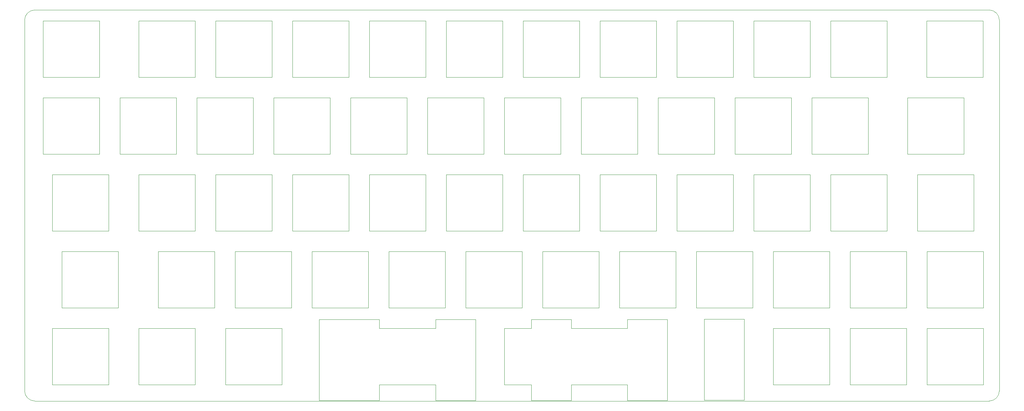
<source format=gbr>
%TF.GenerationSoftware,KiCad,Pcbnew,(6.0.7)*%
%TF.CreationDate,2022-10-09T16:59:53+02:00*%
%TF.ProjectId,the PETER switchplate,74686520-5045-4544-9552-207377697463,rev?*%
%TF.SameCoordinates,Original*%
%TF.FileFunction,Profile,NP*%
%FSLAX46Y46*%
G04 Gerber Fmt 4.6, Leading zero omitted, Abs format (unit mm)*
G04 Created by KiCad (PCBNEW (6.0.7)) date 2022-10-09 16:59:53*
%MOMM*%
%LPD*%
G01*
G04 APERTURE LIST*
%TA.AperFunction,Profile*%
%ADD10C,0.100000*%
%TD*%
G04 APERTURE END LIST*
D10*
X172720000Y-125857000D02*
X172720000Y-123698000D01*
X185039000Y-87757000D02*
X199009000Y-87757000D01*
X199009000Y-87757000D02*
X199009000Y-101727000D01*
X199009000Y-101727000D02*
X185039000Y-101727000D01*
X185039000Y-101727000D02*
X185039000Y-87757000D01*
X172720000Y-143764000D02*
X172720000Y-139827000D01*
X165989000Y-87757000D02*
X179959000Y-87757000D01*
X179959000Y-87757000D02*
X179959000Y-101727000D01*
X179959000Y-101727000D02*
X165989000Y-101727000D01*
X165989000Y-101727000D02*
X165989000Y-87757000D01*
X111252000Y-123698000D02*
X111252000Y-125857000D01*
X113665000Y-106807000D02*
X127635000Y-106807000D01*
X127635000Y-106807000D02*
X127635000Y-120777000D01*
X127635000Y-120777000D02*
X113665000Y-120777000D01*
X113665000Y-120777000D02*
X113665000Y-106807000D01*
X125222000Y-125857000D02*
X125222000Y-123698000D01*
X108839000Y-49657000D02*
X122809000Y-49657000D01*
X122809000Y-49657000D02*
X122809000Y-63627000D01*
X122809000Y-63627000D02*
X108839000Y-63627000D01*
X108839000Y-63627000D02*
X108839000Y-49657000D01*
X30226000Y-125857000D02*
X44196000Y-125857000D01*
X44196000Y-125857000D02*
X44196000Y-139827000D01*
X44196000Y-139827000D02*
X30226000Y-139827000D01*
X30226000Y-139827000D02*
X30226000Y-125857000D01*
X148971000Y-125857000D02*
X148971000Y-123698000D01*
X148971000Y-143764000D02*
X148971000Y-139827000D01*
X51689000Y-87757000D02*
X65659000Y-87757000D01*
X65659000Y-87757000D02*
X65659000Y-101727000D01*
X65659000Y-101727000D02*
X51689000Y-101727000D01*
X51689000Y-101727000D02*
X51689000Y-87757000D01*
X158877000Y-139827000D02*
X158877000Y-143764000D01*
X158877000Y-143764000D02*
X148971000Y-143764000D01*
X132715000Y-106807000D02*
X146685000Y-106807000D01*
X146685000Y-106807000D02*
X146685000Y-120777000D01*
X146685000Y-120777000D02*
X132715000Y-120777000D01*
X132715000Y-120777000D02*
X132715000Y-106807000D01*
X142240000Y-139827000D02*
X142240000Y-125857000D01*
X111252000Y-139827000D02*
X111252000Y-143764000D01*
X25908000Y-46990000D02*
G75*
G03*
X23368000Y-49530000I0J-2540000D01*
G01*
X247015000Y-106807000D02*
X260985000Y-106807000D01*
X260985000Y-106807000D02*
X260985000Y-120777000D01*
X260985000Y-120777000D02*
X247015000Y-120777000D01*
X247015000Y-120777000D02*
X247015000Y-106807000D01*
X127889000Y-87757000D02*
X141859000Y-87757000D01*
X141859000Y-87757000D02*
X141859000Y-101727000D01*
X141859000Y-101727000D02*
X127889000Y-101727000D01*
X127889000Y-101727000D02*
X127889000Y-87757000D01*
X264922000Y-141351000D02*
X264922000Y-49530000D01*
X185039000Y-49657000D02*
X199009000Y-49657000D01*
X199009000Y-49657000D02*
X199009000Y-63627000D01*
X199009000Y-63627000D02*
X185039000Y-63627000D01*
X185039000Y-63627000D02*
X185039000Y-49657000D01*
X27940000Y-49657000D02*
X41910000Y-49657000D01*
X41910000Y-49657000D02*
X41910000Y-63627000D01*
X41910000Y-63627000D02*
X27940000Y-63627000D01*
X27940000Y-63627000D02*
X27940000Y-49657000D01*
X172720000Y-123698000D02*
X182626000Y-123698000D01*
X146939000Y-87757000D02*
X160909000Y-87757000D01*
X160909000Y-87757000D02*
X160909000Y-101727000D01*
X160909000Y-101727000D02*
X146939000Y-101727000D01*
X146939000Y-101727000D02*
X146939000Y-87757000D01*
X158877000Y-125857000D02*
X172720000Y-125857000D01*
X246888000Y-49657000D02*
X260858000Y-49657000D01*
X260858000Y-49657000D02*
X260858000Y-63627000D01*
X260858000Y-63627000D02*
X246888000Y-63627000D01*
X246888000Y-63627000D02*
X246888000Y-49657000D01*
X96393000Y-143764000D02*
X96393000Y-123698000D01*
X204089000Y-49657000D02*
X218059000Y-49657000D01*
X218059000Y-49657000D02*
X218059000Y-63627000D01*
X218059000Y-63627000D02*
X204089000Y-63627000D01*
X204089000Y-63627000D02*
X204089000Y-49657000D01*
X123190000Y-68707000D02*
X137160000Y-68707000D01*
X137160000Y-68707000D02*
X137160000Y-82677000D01*
X137160000Y-82677000D02*
X123190000Y-82677000D01*
X123190000Y-82677000D02*
X123190000Y-68707000D01*
X104140000Y-68707000D02*
X118110000Y-68707000D01*
X118110000Y-68707000D02*
X118110000Y-82677000D01*
X118110000Y-82677000D02*
X104140000Y-82677000D01*
X104140000Y-82677000D02*
X104140000Y-68707000D01*
X244602000Y-87757000D02*
X258572000Y-87757000D01*
X258572000Y-87757000D02*
X258572000Y-101727000D01*
X258572000Y-101727000D02*
X244602000Y-101727000D01*
X244602000Y-101727000D02*
X244602000Y-87757000D01*
X148971000Y-123698000D02*
X158877000Y-123698000D01*
X161290000Y-68707000D02*
X175260000Y-68707000D01*
X175260000Y-68707000D02*
X175260000Y-82677000D01*
X175260000Y-82677000D02*
X161290000Y-82677000D01*
X161290000Y-82677000D02*
X161290000Y-68707000D01*
X89789000Y-49657000D02*
X103759000Y-49657000D01*
X103759000Y-49657000D02*
X103759000Y-63627000D01*
X103759000Y-63627000D02*
X89789000Y-63627000D01*
X89789000Y-63627000D02*
X89789000Y-49657000D01*
X208915000Y-125857000D02*
X222885000Y-125857000D01*
X222885000Y-125857000D02*
X222885000Y-139827000D01*
X222885000Y-139827000D02*
X208915000Y-139827000D01*
X208915000Y-139827000D02*
X208915000Y-125857000D01*
X148971000Y-139827000D02*
X142240000Y-139827000D01*
X142240000Y-68707000D02*
X156210000Y-68707000D01*
X156210000Y-68707000D02*
X156210000Y-82677000D01*
X156210000Y-82677000D02*
X142240000Y-82677000D01*
X142240000Y-82677000D02*
X142240000Y-68707000D01*
X223139000Y-49657000D02*
X237109000Y-49657000D01*
X237109000Y-49657000D02*
X237109000Y-63627000D01*
X237109000Y-63627000D02*
X223139000Y-63627000D01*
X223139000Y-63627000D02*
X223139000Y-49657000D01*
X208915000Y-106807000D02*
X222885000Y-106807000D01*
X222885000Y-106807000D02*
X222885000Y-120777000D01*
X222885000Y-120777000D02*
X208915000Y-120777000D01*
X208915000Y-120777000D02*
X208915000Y-106807000D01*
X204089000Y-87757000D02*
X218059000Y-87757000D01*
X218059000Y-87757000D02*
X218059000Y-101727000D01*
X218059000Y-101727000D02*
X204089000Y-101727000D01*
X204089000Y-101727000D02*
X204089000Y-87757000D01*
X247015000Y-125857000D02*
X260985000Y-125857000D01*
X260985000Y-125857000D02*
X260985000Y-139827000D01*
X260985000Y-139827000D02*
X247015000Y-139827000D01*
X247015000Y-139827000D02*
X247015000Y-125857000D01*
X27940000Y-68707000D02*
X41910000Y-68707000D01*
X41910000Y-68707000D02*
X41910000Y-82677000D01*
X41910000Y-82677000D02*
X27940000Y-82677000D01*
X27940000Y-82677000D02*
X27940000Y-68707000D01*
X191770000Y-123571000D02*
X201676000Y-123571000D01*
X201676000Y-123571000D02*
X201676000Y-143637000D01*
X201676000Y-143637000D02*
X191770000Y-143637000D01*
X191770000Y-143637000D02*
X191770000Y-123571000D01*
X262382000Y-143891000D02*
G75*
G03*
X264922000Y-141351000I0J2540000D01*
G01*
X172720000Y-139827000D02*
X158877000Y-139827000D01*
X51689000Y-49657000D02*
X65659000Y-49657000D01*
X65659000Y-49657000D02*
X65659000Y-63627000D01*
X65659000Y-63627000D02*
X51689000Y-63627000D01*
X51689000Y-63627000D02*
X51689000Y-49657000D01*
X32639000Y-106807000D02*
X46609000Y-106807000D01*
X46609000Y-106807000D02*
X46609000Y-120777000D01*
X46609000Y-120777000D02*
X32639000Y-120777000D01*
X32639000Y-120777000D02*
X32639000Y-106807000D01*
X242189000Y-68707000D02*
X256159000Y-68707000D01*
X256159000Y-68707000D02*
X256159000Y-82677000D01*
X256159000Y-82677000D02*
X242189000Y-82677000D01*
X242189000Y-82677000D02*
X242189000Y-68707000D01*
X135128000Y-123698000D02*
X135128000Y-143764000D01*
X111252000Y-143764000D02*
X96393000Y-143764000D01*
X108839000Y-87757000D02*
X122809000Y-87757000D01*
X122809000Y-87757000D02*
X122809000Y-101727000D01*
X122809000Y-101727000D02*
X108839000Y-101727000D01*
X108839000Y-101727000D02*
X108839000Y-87757000D01*
X264922000Y-49530000D02*
G75*
G03*
X262382000Y-46990000I-2540000J0D01*
G01*
X135128000Y-143764000D02*
X125222000Y-143764000D01*
X165989000Y-49657000D02*
X179959000Y-49657000D01*
X179959000Y-49657000D02*
X179959000Y-63627000D01*
X179959000Y-63627000D02*
X165989000Y-63627000D01*
X165989000Y-63627000D02*
X165989000Y-49657000D01*
X170815000Y-106807000D02*
X184785000Y-106807000D01*
X184785000Y-106807000D02*
X184785000Y-120777000D01*
X184785000Y-120777000D02*
X170815000Y-120777000D01*
X170815000Y-120777000D02*
X170815000Y-106807000D01*
X89789000Y-87757000D02*
X103759000Y-87757000D01*
X103759000Y-87757000D02*
X103759000Y-101727000D01*
X103759000Y-101727000D02*
X89789000Y-101727000D01*
X89789000Y-101727000D02*
X89789000Y-87757000D01*
X227965000Y-106807000D02*
X241935000Y-106807000D01*
X241935000Y-106807000D02*
X241935000Y-120777000D01*
X241935000Y-120777000D02*
X227965000Y-120777000D01*
X227965000Y-120777000D02*
X227965000Y-106807000D01*
X151765000Y-106807000D02*
X165735000Y-106807000D01*
X165735000Y-106807000D02*
X165735000Y-120777000D01*
X165735000Y-120777000D02*
X151765000Y-120777000D01*
X151765000Y-120777000D02*
X151765000Y-106807000D01*
X44196000Y-101727000D02*
X30226000Y-101727000D01*
X30226000Y-101727000D02*
X30226000Y-87757000D01*
X30226000Y-87757000D02*
X44196000Y-87757000D01*
X44196000Y-87757000D02*
X44196000Y-101727000D01*
X46990000Y-68707000D02*
X60960000Y-68707000D01*
X60960000Y-68707000D02*
X60960000Y-82677000D01*
X60960000Y-82677000D02*
X46990000Y-82677000D01*
X46990000Y-82677000D02*
X46990000Y-68707000D01*
X180340000Y-68707000D02*
X194310000Y-68707000D01*
X194310000Y-68707000D02*
X194310000Y-82677000D01*
X194310000Y-82677000D02*
X180340000Y-82677000D01*
X180340000Y-82677000D02*
X180340000Y-68707000D01*
X85090000Y-68707000D02*
X99060000Y-68707000D01*
X99060000Y-68707000D02*
X99060000Y-82677000D01*
X99060000Y-82677000D02*
X85090000Y-82677000D01*
X85090000Y-82677000D02*
X85090000Y-68707000D01*
X75565000Y-106807000D02*
X89535000Y-106807000D01*
X89535000Y-106807000D02*
X89535000Y-120777000D01*
X89535000Y-120777000D02*
X75565000Y-120777000D01*
X75565000Y-120777000D02*
X75565000Y-106807000D01*
X199390000Y-68707000D02*
X213360000Y-68707000D01*
X213360000Y-68707000D02*
X213360000Y-82677000D01*
X213360000Y-82677000D02*
X199390000Y-82677000D01*
X199390000Y-82677000D02*
X199390000Y-68707000D01*
X227965000Y-125857000D02*
X241935000Y-125857000D01*
X241935000Y-125857000D02*
X241935000Y-139827000D01*
X241935000Y-139827000D02*
X227965000Y-139827000D01*
X227965000Y-139827000D02*
X227965000Y-125857000D01*
X142240000Y-125857000D02*
X148971000Y-125857000D01*
X23368000Y-49530000D02*
X23368000Y-141351000D01*
X182626000Y-123698000D02*
X182626000Y-143764000D01*
X146939000Y-49657000D02*
X160909000Y-49657000D01*
X160909000Y-49657000D02*
X160909000Y-63627000D01*
X160909000Y-63627000D02*
X146939000Y-63627000D01*
X146939000Y-63627000D02*
X146939000Y-49657000D01*
X158877000Y-123698000D02*
X158877000Y-125857000D01*
X182626000Y-143764000D02*
X172720000Y-143764000D01*
X189865000Y-106807000D02*
X203835000Y-106807000D01*
X203835000Y-106807000D02*
X203835000Y-120777000D01*
X203835000Y-120777000D02*
X189865000Y-120777000D01*
X189865000Y-120777000D02*
X189865000Y-106807000D01*
X66040000Y-68707000D02*
X80010000Y-68707000D01*
X80010000Y-68707000D02*
X80010000Y-82677000D01*
X80010000Y-82677000D02*
X66040000Y-82677000D01*
X66040000Y-82677000D02*
X66040000Y-68707000D01*
X127889000Y-49657000D02*
X141859000Y-49657000D01*
X141859000Y-49657000D02*
X141859000Y-63627000D01*
X141859000Y-63627000D02*
X127889000Y-63627000D01*
X127889000Y-63627000D02*
X127889000Y-49657000D01*
X70739000Y-87757000D02*
X84709000Y-87757000D01*
X84709000Y-87757000D02*
X84709000Y-101727000D01*
X84709000Y-101727000D02*
X70739000Y-101727000D01*
X70739000Y-101727000D02*
X70739000Y-87757000D01*
X73152000Y-125857000D02*
X87122000Y-125857000D01*
X87122000Y-125857000D02*
X87122000Y-139827000D01*
X87122000Y-139827000D02*
X73152000Y-139827000D01*
X73152000Y-139827000D02*
X73152000Y-125857000D01*
X111252000Y-125857000D02*
X125222000Y-125857000D01*
X25908000Y-46990000D02*
X262382000Y-46990000D01*
X125222000Y-143764000D02*
X125222000Y-139827000D01*
X125222000Y-123698000D02*
X135128000Y-123698000D01*
X25908000Y-143891000D02*
X262382000Y-143891000D01*
X51689000Y-125857000D02*
X65659000Y-125857000D01*
X65659000Y-125857000D02*
X65659000Y-139827000D01*
X65659000Y-139827000D02*
X51689000Y-139827000D01*
X51689000Y-139827000D02*
X51689000Y-125857000D01*
X56515000Y-106807000D02*
X70485000Y-106807000D01*
X70485000Y-106807000D02*
X70485000Y-120777000D01*
X70485000Y-120777000D02*
X56515000Y-120777000D01*
X56515000Y-120777000D02*
X56515000Y-106807000D01*
X23368000Y-141351000D02*
G75*
G03*
X25908000Y-143891000I2540000J0D01*
G01*
X223139000Y-87757000D02*
X237109000Y-87757000D01*
X237109000Y-87757000D02*
X237109000Y-101727000D01*
X237109000Y-101727000D02*
X223139000Y-101727000D01*
X223139000Y-101727000D02*
X223139000Y-87757000D01*
X96393000Y-123698000D02*
X111252000Y-123698000D01*
X218440000Y-68707000D02*
X232410000Y-68707000D01*
X232410000Y-68707000D02*
X232410000Y-82677000D01*
X232410000Y-82677000D02*
X218440000Y-82677000D01*
X218440000Y-82677000D02*
X218440000Y-68707000D01*
X125222000Y-139827000D02*
X111252000Y-139827000D01*
X70739000Y-49657000D02*
X84709000Y-49657000D01*
X84709000Y-49657000D02*
X84709000Y-63627000D01*
X84709000Y-63627000D02*
X70739000Y-63627000D01*
X70739000Y-63627000D02*
X70739000Y-49657000D01*
X94615000Y-106807000D02*
X108585000Y-106807000D01*
X108585000Y-106807000D02*
X108585000Y-120777000D01*
X108585000Y-120777000D02*
X94615000Y-120777000D01*
X94615000Y-120777000D02*
X94615000Y-106807000D01*
M02*

</source>
